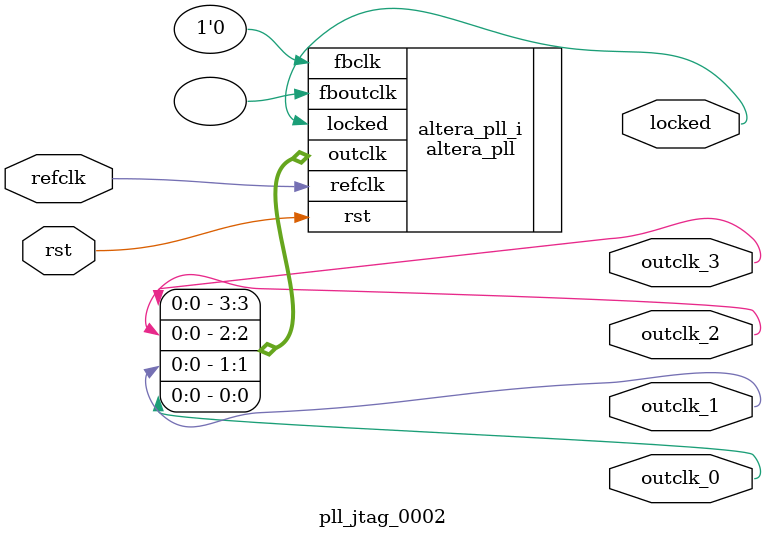
<source format=v>
`timescale 1ns/10ps
module  pll_jtag_0002(

	// interface 'refclk'
	input wire refclk,

	// interface 'reset'
	input wire rst,

	// interface 'outclk0'
	output wire outclk_0,

	// interface 'outclk1'
	output wire outclk_1,

	// interface 'outclk2'
	output wire outclk_2,

	// interface 'outclk3'
	output wire outclk_3,

	// interface 'locked'
	output wire locked
);

	altera_pll #(
		.fractional_vco_multiplier("false"),
		.reference_clock_frequency("50.0 MHz"),
		.operation_mode("normal"),
		.number_of_clocks(4),
		.output_clock_frequency0("400.000000 MHz"),
		.phase_shift0("0 ps"),
		.duty_cycle0(50),
		.output_clock_frequency1("160.000000 MHz"),
		.phase_shift1("0 ps"),
		.duty_cycle1(50),
		.output_clock_frequency2("80.000000 MHz"),
		.phase_shift2("0 ps"),
		.duty_cycle2(50),
		.output_clock_frequency3("40.000000 MHz"),
		.phase_shift3("0 ps"),
		.duty_cycle3(50),
		.output_clock_frequency4("0 MHz"),
		.phase_shift4("0 ps"),
		.duty_cycle4(50),
		.output_clock_frequency5("0 MHz"),
		.phase_shift5("0 ps"),
		.duty_cycle5(50),
		.output_clock_frequency6("0 MHz"),
		.phase_shift6("0 ps"),
		.duty_cycle6(50),
		.output_clock_frequency7("0 MHz"),
		.phase_shift7("0 ps"),
		.duty_cycle7(50),
		.output_clock_frequency8("0 MHz"),
		.phase_shift8("0 ps"),
		.duty_cycle8(50),
		.output_clock_frequency9("0 MHz"),
		.phase_shift9("0 ps"),
		.duty_cycle9(50),
		.output_clock_frequency10("0 MHz"),
		.phase_shift10("0 ps"),
		.duty_cycle10(50),
		.output_clock_frequency11("0 MHz"),
		.phase_shift11("0 ps"),
		.duty_cycle11(50),
		.output_clock_frequency12("0 MHz"),
		.phase_shift12("0 ps"),
		.duty_cycle12(50),
		.output_clock_frequency13("0 MHz"),
		.phase_shift13("0 ps"),
		.duty_cycle13(50),
		.output_clock_frequency14("0 MHz"),
		.phase_shift14("0 ps"),
		.duty_cycle14(50),
		.output_clock_frequency15("0 MHz"),
		.phase_shift15("0 ps"),
		.duty_cycle15(50),
		.output_clock_frequency16("0 MHz"),
		.phase_shift16("0 ps"),
		.duty_cycle16(50),
		.output_clock_frequency17("0 MHz"),
		.phase_shift17("0 ps"),
		.duty_cycle17(50),
		.pll_type("General"),
		.pll_subtype("General")
	) altera_pll_i (
		.rst	(rst),
		.outclk	({outclk_3, outclk_2, outclk_1, outclk_0}),
		.locked	(locked),
		.fboutclk	( ),
		.fbclk	(1'b0),
		.refclk	(refclk)
	);
endmodule


</source>
